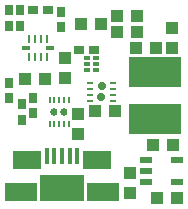
<source format=gtp>
G04 DipTrace 2.4.0.2*
%INUSBBiPower.gtp*%
%MOIN*%
%ADD25R,0.0433X0.0394*%
%ADD26R,0.0394X0.0433*%
%ADD27R,0.0276X0.0354*%
%ADD28R,0.1772X0.0984*%
%ADD29R,0.0354X0.0276*%
%ADD31R,0.0276X0.013*%
%ADD32R,0.011X0.0276*%
%ADD33R,0.0094X0.0276*%
%ADD37O,0.0247X0.0248*%
%ADD38R,0.0094X0.0236*%
%ADD42O,0.0282X0.0286*%
%ADD43R,0.0236X0.0098*%
%ADD46R,0.0205X0.0118*%
%ADD48R,0.0433X0.0236*%
%ADD50R,0.0157X0.0531*%
%ADD51R,0.0945X0.063*%
%ADD52R,0.1063X0.063*%
%ADD53R,0.1476X0.0906*%
%FSLAX44Y44*%
G04*
G70*
G90*
G75*
G01*
%LNTopPaste*%
%LPD*%
D25*
X7446Y7280D3*
X8115D3*
X8160Y10441D3*
X8830D3*
X7645Y10165D3*
X6976D3*
D26*
X6883Y7171D3*
Y6502D3*
X6437Y9045D3*
Y8376D3*
D25*
X5096Y8344D3*
X5765D3*
X10172Y4371D3*
X9502D3*
X9369Y6130D3*
X10039D3*
D26*
X8592Y5217D3*
Y4547D3*
D27*
X6315Y10062D3*
Y10574D3*
D28*
X9453Y7011D3*
Y8586D3*
D25*
X8824Y9904D3*
X8155D3*
X9470Y9383D3*
X8801D3*
D26*
X9988Y10049D3*
Y9380D3*
D29*
X7416Y9310D3*
X6904D3*
D27*
X4994Y6984D3*
Y7496D3*
X5368Y7199D3*
Y7711D3*
X4558Y8217D3*
Y7705D3*
X4943Y10113D3*
Y10625D3*
X4564Y10121D3*
Y10633D3*
D29*
X5371Y10626D3*
X5883D3*
D31*
X5922Y9382D3*
D32*
X5823Y9678D3*
D33*
X5627D3*
X5430D3*
D32*
X5233D3*
D31*
X5134Y9382D3*
D32*
X5233Y9087D3*
D33*
X5430D3*
X5627D3*
D32*
X5823D3*
D37*
X6077Y7239D3*
X6403Y7237D3*
D38*
X6558Y7634D3*
X6401D3*
X6243D3*
X6086D3*
X5928D3*
Y6847D3*
X6086D3*
X6243D3*
X6401D3*
X6558D3*
D42*
X7653Y7733D3*
X7661Y8118D3*
D43*
X8045Y7623D3*
Y7820D3*
Y8017D3*
Y8214D3*
X7258D3*
Y8017D3*
Y7820D3*
Y7623D3*
D46*
X7165Y9025D3*
Y8828D3*
Y8632D3*
X7468D3*
Y8828D3*
Y9025D3*
D48*
X9121Y5650D3*
Y5276D3*
Y4902D3*
X10184D3*
Y5650D3*
D50*
X5822Y5763D3*
X6078D3*
X6333D3*
X6589D3*
X6845D3*
D51*
X5172Y5654D3*
X7495D3*
D52*
X4965Y4572D3*
X7702D3*
D53*
X6333Y4710D3*
M02*

</source>
